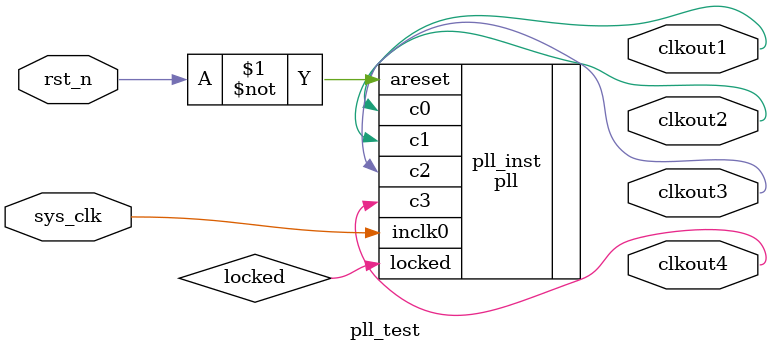
<source format=v>


`timescale 1ns / 1ps

module pll_test(
	input   sys_clk,
	input   rst_n,
	output  clkout1,        //pll clock output
	output  clkout2,        //pll clock output
	output  clkout3,        //pll clock output
	output  clkout4         //pll clock output
	);

wire locked;

pll pll_inst
(
	// Clock in ports
	.inclk0(sys_clk),           // IN 50Mhz
	// Clock out ports
	.c0(clkout1),           // OUT 25Mhz
	.c1(clkout2),           // OUT 50Mhz
	.c2(clkout3),           // OUT 75Mhz
	.c3(clkout4),           // OUT 100Mhz
	// Status and control signals
	.areset(~rst_n),        // IN
	.locked(locked)         //The signal of PLL normal operation
	);                      // OUT

endmodule

</source>
